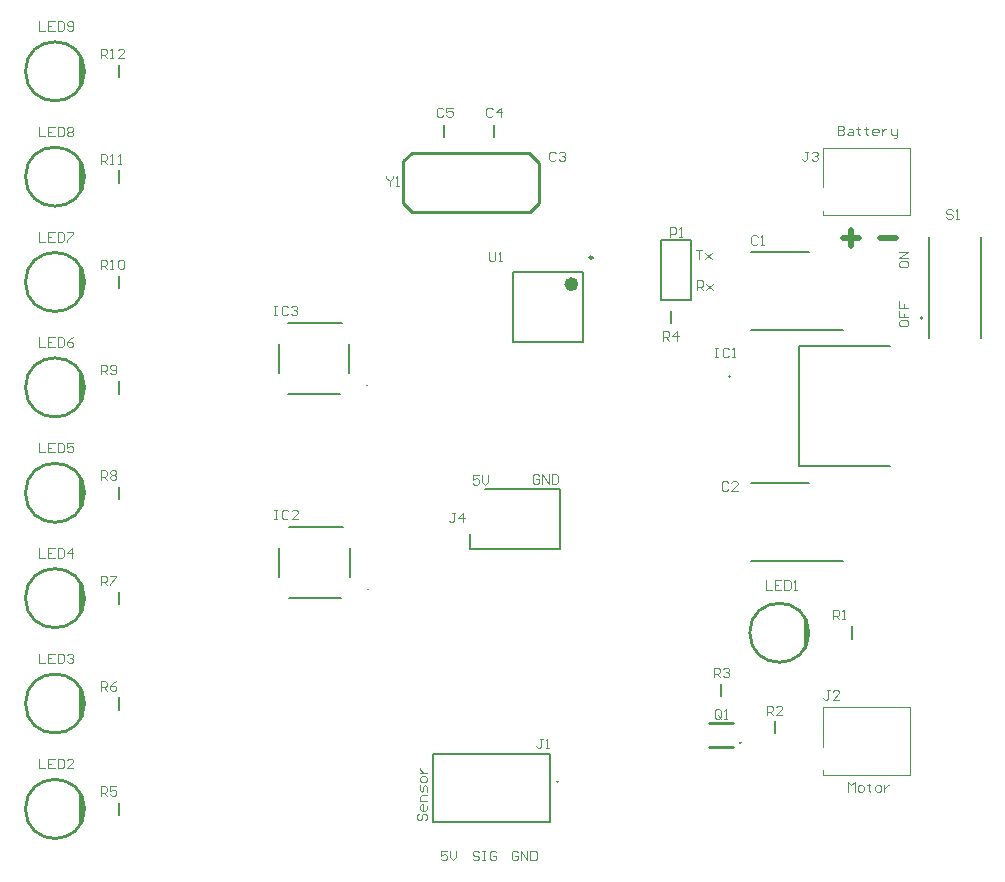
<source format=gto>
G04*
G04 #@! TF.GenerationSoftware,Altium Limited,Altium Designer,21.9.2 (33)*
G04*
G04 Layer_Color=65535*
%FSLAX44Y44*%
%MOMM*%
G71*
G04*
G04 #@! TF.SameCoordinates,0E528642-7EEA-4571-B266-ABD313229C03*
G04*
G04*
G04 #@! TF.FilePolarity,Positive*
G04*
G01*
G75*
%ADD10C,0.2000*%
%ADD11C,0.1000*%
%ADD12C,0.2540*%
%ADD13C,0.6000*%
%ADD14C,0.2500*%
%ADD15C,0.1200*%
%ADD16C,0.5000*%
D10*
X534620Y-657380D02*
G03*
X533620Y-657380I-500J0D01*
G01*
D02*
G03*
X534620Y-657380I500J0D01*
G01*
D02*
G03*
X533620Y-657380I-500J0D01*
G01*
X843183Y-264830D02*
G03*
X843183Y-264830I-993J0D01*
G01*
X680180Y-314500D02*
G03*
X680180Y-314500I-650J0D01*
G01*
X428120Y-633880D02*
X527120D01*
X428120Y-691380D02*
Y-633880D01*
Y-691380D02*
X527120D01*
Y-633880D01*
X848000Y-282000D02*
Y-196000D01*
X892000Y-282000D02*
Y-196000D01*
X305750Y-329250D02*
X349750D01*
X305750Y-269250D02*
X351750D01*
X357750Y-311250D02*
Y-287250D01*
X297750Y-311250D02*
Y-287250D01*
X298340Y-484020D02*
Y-460020D01*
X358340Y-484020D02*
Y-460020D01*
X306340Y-442020D02*
X352340D01*
X306340Y-502020D02*
X350340D01*
X621800Y-249700D02*
Y-198900D01*
Y-249700D02*
X647200D01*
Y-198900D01*
X621800D02*
X647200D01*
X630000Y-269250D02*
Y-258750D01*
X496550Y-285280D02*
Y-226280D01*
X555550Y-285280D02*
Y-226280D01*
X496550Y-285280D02*
X555550D01*
X496550Y-226280D02*
X555550D01*
X783000Y-536500D02*
Y-526000D01*
X459650Y-460750D02*
Y-448050D01*
Y-460750D02*
X535850D01*
Y-409950D01*
X472350D02*
X535850D01*
X738100Y-288800D02*
X815100D01*
X738100Y-390400D02*
X815100D01*
X738100D02*
Y-288800D01*
X479870Y-111890D02*
Y-101390D01*
X697520Y-208810D02*
X747020D01*
X697520Y-274810D02*
X775270D01*
X697520Y-404390D02*
X747020D01*
X697520Y-470390D02*
X775270D01*
X718430Y-616630D02*
Y-606130D01*
X672710Y-584880D02*
Y-574380D01*
X437960Y-111890D02*
Y-101390D01*
X163000Y-61240D02*
Y-50740D01*
Y-150459D02*
Y-139959D01*
Y-239677D02*
Y-229177D01*
Y-328896D02*
Y-318396D01*
Y-418114D02*
Y-407614D01*
Y-507333D02*
Y-496833D01*
Y-596551D02*
Y-586051D01*
Y-685770D02*
Y-675270D01*
D11*
X372250Y-321750D02*
G03*
X373250Y-321750I500J0D01*
G01*
D02*
G03*
X372250Y-321750I-500J0D01*
G01*
X373840Y-494520D02*
G03*
X372840Y-494520I-500J0D01*
G01*
D02*
G03*
X373840Y-494520I500J0D01*
G01*
X758490Y-651730D02*
Y-647730D01*
Y-651730D02*
Y-647730D01*
Y-651730D02*
X832490D01*
X758490D02*
X832490D01*
Y-594230D01*
Y-651730D02*
Y-594230D01*
X758490D02*
X832490D01*
X758490D02*
X832490D01*
X758490Y-627730D02*
Y-594230D01*
Y-627730D02*
Y-594230D01*
Y-178020D02*
Y-174020D01*
Y-178020D02*
Y-174020D01*
Y-178020D02*
X832490D01*
X758490D02*
X832490D01*
Y-120520D01*
Y-178020D02*
Y-120520D01*
X758490D02*
X832490D01*
X758490D02*
X832490D01*
X758490Y-154020D02*
Y-120520D01*
Y-154020D02*
Y-120520D01*
D12*
X133390Y-55990D02*
G03*
X133390Y-55990I-25000J0D01*
G01*
Y-145209D02*
G03*
X133390Y-145209I-25000J0D01*
G01*
Y-234427D02*
G03*
X133390Y-234427I-25000J0D01*
G01*
Y-323646D02*
G03*
X133390Y-323646I-25000J0D01*
G01*
Y-412864D02*
G03*
X133390Y-412864I-25000J0D01*
G01*
Y-502083D02*
G03*
X133390Y-502083I-25000J0D01*
G01*
Y-591301D02*
G03*
X133390Y-591301I-25000J0D01*
G01*
Y-680520D02*
G03*
X133390Y-680520I-25000J0D01*
G01*
X746630Y-531370D02*
G03*
X746630Y-531370I-25000J0D01*
G01*
X688602Y-624540D02*
G03*
X688602Y-624540I-382J0D01*
G01*
X129980Y-68690D02*
Y-43290D01*
X131250Y-66150D02*
Y-45830D01*
Y-155369D02*
Y-135049D01*
X129980Y-157909D02*
Y-132509D01*
Y-247127D02*
Y-221727D01*
X131250Y-244587D02*
Y-224267D01*
Y-333806D02*
Y-313486D01*
X129980Y-336346D02*
Y-310946D01*
Y-425564D02*
Y-400164D01*
X131250Y-423024D02*
Y-402704D01*
Y-512243D02*
Y-491923D01*
X129980Y-514783D02*
Y-489383D01*
Y-604001D02*
Y-578601D01*
X131250Y-601461D02*
Y-581141D01*
Y-690680D02*
Y-670360D01*
X129980Y-693220D02*
Y-667820D01*
X743220Y-544070D02*
Y-518670D01*
X744490Y-541530D02*
Y-521210D01*
X403320Y-167320D02*
Y-132320D01*
Y-167320D02*
X410820Y-174820D01*
X510820D01*
X403320Y-132320D02*
X410820Y-124820D01*
X509820D01*
X518320Y-167320D02*
Y-133320D01*
X509820Y-124820D02*
X518320Y-133320D01*
X510820Y-174820D02*
X518320Y-167320D01*
X662510Y-607730D02*
X682510D01*
X662510Y-627730D02*
X682510D01*
D13*
X548550Y-236280D02*
G03*
X548550Y-236280I-3000J0D01*
G01*
D14*
X563550Y-213780D02*
G03*
X563550Y-213780I-1250J0D01*
G01*
D15*
X440332Y-716003D02*
X435000D01*
Y-720001D01*
X437666Y-718668D01*
X438999D01*
X440332Y-720001D01*
Y-722667D01*
X438999Y-724000D01*
X436333D01*
X435000Y-722667D01*
X442997Y-716003D02*
Y-721334D01*
X445663Y-724000D01*
X448329Y-721334D01*
Y-716003D01*
X467332Y-717336D02*
X465999Y-716003D01*
X463333D01*
X462000Y-717336D01*
Y-718668D01*
X463333Y-720001D01*
X465999D01*
X467332Y-721334D01*
Y-722667D01*
X465999Y-724000D01*
X463333D01*
X462000Y-722667D01*
X469997Y-716003D02*
X472663D01*
X471330D01*
Y-724000D01*
X469997D01*
X472663D01*
X481993Y-717336D02*
X480661Y-716003D01*
X477995D01*
X476662Y-717336D01*
Y-722667D01*
X477995Y-724000D01*
X480661D01*
X481993Y-722667D01*
Y-720001D01*
X479328D01*
X500332Y-717336D02*
X498999Y-716003D01*
X496333D01*
X495000Y-717336D01*
Y-722667D01*
X496333Y-724000D01*
X498999D01*
X500332Y-722667D01*
Y-720001D01*
X497666D01*
X502997Y-724000D02*
Y-716003D01*
X508329Y-724000D01*
Y-716003D01*
X510995D02*
Y-724000D01*
X514994D01*
X516326Y-722667D01*
Y-717336D01*
X514994Y-716003D01*
X510995D01*
X823003Y-268001D02*
Y-270667D01*
X824335Y-272000D01*
X829667D01*
X831000Y-270667D01*
Y-268001D01*
X829667Y-266668D01*
X824335D01*
X823003Y-268001D01*
Y-258671D02*
Y-264003D01*
X827001D01*
Y-261337D01*
Y-264003D01*
X831000D01*
X823003Y-250674D02*
Y-256005D01*
X827001D01*
Y-253339D01*
Y-256005D01*
X831000D01*
X823003Y-218001D02*
Y-220667D01*
X824335Y-222000D01*
X829667D01*
X831000Y-220667D01*
Y-218001D01*
X829667Y-216668D01*
X824335D01*
X823003Y-218001D01*
X831000Y-214003D02*
X823003D01*
X831000Y-208671D01*
X823003D01*
X652000Y-241000D02*
Y-233003D01*
X655999D01*
X657332Y-234335D01*
Y-237001D01*
X655999Y-238334D01*
X652000D01*
X654666D02*
X657332Y-241000D01*
X659997Y-235668D02*
X665329Y-241000D01*
X662663Y-238334D01*
X665329Y-235668D01*
X659997Y-241000D01*
X651000Y-207003D02*
X656332D01*
X653666D01*
Y-215000D01*
X658997Y-209668D02*
X664329Y-215000D01*
X661663Y-212334D01*
X664329Y-209668D01*
X658997Y-215000D01*
X467332Y-398003D02*
X462000D01*
Y-402001D01*
X464666Y-400668D01*
X465999D01*
X467332Y-402001D01*
Y-404667D01*
X465999Y-406000D01*
X463333D01*
X462000Y-404667D01*
X469997Y-398003D02*
Y-403334D01*
X472663Y-406000D01*
X475329Y-403334D01*
Y-398003D01*
X518332Y-398335D02*
X516999Y-397003D01*
X514333D01*
X513000Y-398335D01*
Y-403667D01*
X514333Y-405000D01*
X516999D01*
X518332Y-403667D01*
Y-401001D01*
X515666D01*
X520997Y-405000D02*
Y-397003D01*
X526329Y-405000D01*
Y-397003D01*
X528995D02*
Y-405000D01*
X532994D01*
X534326Y-403667D01*
Y-398335D01*
X532994Y-397003D01*
X528995D01*
X416335Y-684668D02*
X415003Y-686001D01*
Y-688667D01*
X416335Y-690000D01*
X417668D01*
X419001Y-688667D01*
Y-686001D01*
X420334Y-684668D01*
X421667D01*
X423000Y-686001D01*
Y-688667D01*
X421667Y-690000D01*
X423000Y-678004D02*
Y-680670D01*
X421667Y-682003D01*
X419001D01*
X417668Y-680670D01*
Y-678004D01*
X419001Y-676671D01*
X420334D01*
Y-682003D01*
X423000Y-674005D02*
X417668D01*
Y-670006D01*
X419001Y-668673D01*
X423000D01*
Y-666008D02*
Y-662009D01*
X421667Y-660676D01*
X420334Y-662009D01*
Y-664675D01*
X419001Y-666008D01*
X417668Y-664675D01*
Y-660676D01*
X423000Y-656677D02*
Y-654012D01*
X421667Y-652679D01*
X419001D01*
X417668Y-654012D01*
Y-656677D01*
X419001Y-658010D01*
X421667D01*
X423000Y-656677D01*
X417668Y-650013D02*
X423000D01*
X420334D01*
X419001Y-648680D01*
X417668Y-647347D01*
Y-646014D01*
X780000Y-666000D02*
Y-658003D01*
X782666Y-660668D01*
X785332Y-658003D01*
Y-666000D01*
X789330D02*
X791996D01*
X793329Y-664667D01*
Y-662001D01*
X791996Y-660668D01*
X789330D01*
X787997Y-662001D01*
Y-664667D01*
X789330Y-666000D01*
X797328Y-659335D02*
Y-660668D01*
X795995D01*
X798661D01*
X797328D01*
Y-664667D01*
X798661Y-666000D01*
X803992D02*
X806658D01*
X807991Y-664667D01*
Y-662001D01*
X806658Y-660668D01*
X803992D01*
X802659Y-662001D01*
Y-664667D01*
X803992Y-666000D01*
X810657Y-660668D02*
Y-666000D01*
Y-663334D01*
X811990Y-662001D01*
X813323Y-660668D01*
X814656D01*
X771000Y-102003D02*
Y-110000D01*
X774999D01*
X776332Y-108667D01*
Y-107334D01*
X774999Y-106001D01*
X771000D01*
X774999D01*
X776332Y-104668D01*
Y-103336D01*
X774999Y-102003D01*
X771000D01*
X780330Y-104668D02*
X782996D01*
X784329Y-106001D01*
Y-110000D01*
X780330D01*
X778997Y-108667D01*
X780330Y-107334D01*
X784329D01*
X788328Y-103336D02*
Y-104668D01*
X786995D01*
X789661D01*
X788328D01*
Y-108667D01*
X789661Y-110000D01*
X794992Y-103336D02*
Y-104668D01*
X793659D01*
X796325D01*
X794992D01*
Y-108667D01*
X796325Y-110000D01*
X804323D02*
X801657D01*
X800324Y-108667D01*
Y-106001D01*
X801657Y-104668D01*
X804323D01*
X805656Y-106001D01*
Y-107334D01*
X800324D01*
X808321Y-104668D02*
Y-110000D01*
Y-107334D01*
X809654Y-106001D01*
X810987Y-104668D01*
X812320D01*
X816319D02*
Y-108667D01*
X817652Y-110000D01*
X821650D01*
Y-111333D01*
X820318Y-112666D01*
X818985D01*
X821650Y-110000D02*
Y-104668D01*
X868332Y-174335D02*
X866999Y-173003D01*
X864333D01*
X863000Y-174335D01*
Y-175668D01*
X864333Y-177001D01*
X866999D01*
X868332Y-178334D01*
Y-179667D01*
X866999Y-181000D01*
X864333D01*
X863000Y-179667D01*
X870997Y-181000D02*
X873663D01*
X872330D01*
Y-173003D01*
X870997Y-174335D01*
X703332Y-196336D02*
X701999Y-195003D01*
X699333D01*
X698000Y-196336D01*
Y-201667D01*
X699333Y-203000D01*
X701999D01*
X703332Y-201667D01*
X705997Y-203000D02*
X708663D01*
X707330D01*
Y-195003D01*
X705997Y-196336D01*
X678332Y-404336D02*
X676999Y-403003D01*
X674333D01*
X673000Y-404336D01*
Y-409667D01*
X674333Y-411000D01*
X676999D01*
X678332Y-409667D01*
X686329Y-411000D02*
X680997D01*
X686329Y-405668D01*
Y-404336D01*
X684996Y-403003D01*
X682330D01*
X680997Y-404336D01*
X532332Y-125336D02*
X530999Y-124003D01*
X528333D01*
X527000Y-125336D01*
Y-130667D01*
X528333Y-132000D01*
X530999D01*
X532332Y-130667D01*
X534997Y-125336D02*
X536330Y-124003D01*
X538996D01*
X540329Y-125336D01*
Y-126668D01*
X538996Y-128001D01*
X537663D01*
X538996D01*
X540329Y-129334D01*
Y-130667D01*
X538996Y-132000D01*
X536330D01*
X534997Y-130667D01*
X478946Y-88032D02*
X477613Y-86699D01*
X474947D01*
X473614Y-88032D01*
Y-93363D01*
X474947Y-94696D01*
X477613D01*
X478946Y-93363D01*
X485610Y-94696D02*
Y-86699D01*
X481611Y-90697D01*
X486943D01*
X437036Y-88032D02*
X435703Y-86699D01*
X433037D01*
X431704Y-88032D01*
Y-93363D01*
X433037Y-94696D01*
X435703D01*
X437036Y-93363D01*
X445033Y-86699D02*
X439701D01*
Y-90697D01*
X442367Y-89364D01*
X443700D01*
X445033Y-90697D01*
Y-93363D01*
X443700Y-94696D01*
X441034D01*
X439701Y-93363D01*
X667000Y-290003D02*
X669666D01*
X668333D01*
Y-298000D01*
X667000D01*
X669666D01*
X678996Y-291336D02*
X677663Y-290003D01*
X674997D01*
X673664Y-291336D01*
Y-296667D01*
X674997Y-298000D01*
X677663D01*
X678996Y-296667D01*
X681662Y-298000D02*
X684328D01*
X682995D01*
Y-290003D01*
X681662Y-291336D01*
X294052Y-427181D02*
X296718D01*
X295385D01*
Y-435178D01*
X294052D01*
X296718D01*
X306048Y-428513D02*
X304715Y-427181D01*
X302049D01*
X300716Y-428513D01*
Y-433845D01*
X302049Y-435178D01*
X304715D01*
X306048Y-433845D01*
X314046Y-435178D02*
X308714D01*
X314046Y-429846D01*
Y-428513D01*
X312713Y-427181D01*
X310047D01*
X308714Y-428513D01*
X293544Y-254461D02*
X296210D01*
X294877D01*
Y-262458D01*
X293544D01*
X296210D01*
X305540Y-255793D02*
X304207Y-254461D01*
X301541D01*
X300208Y-255793D01*
Y-261125D01*
X301541Y-262458D01*
X304207D01*
X305540Y-261125D01*
X308206Y-255793D02*
X309539Y-254461D01*
X312205D01*
X313538Y-255793D01*
Y-257126D01*
X312205Y-258459D01*
X310872D01*
X312205D01*
X313538Y-259792D01*
Y-261125D01*
X312205Y-262458D01*
X309539D01*
X308206Y-261125D01*
X764332Y-580003D02*
X761666D01*
X762999D01*
Y-586667D01*
X761666Y-588000D01*
X760333D01*
X759000Y-586667D01*
X772329Y-588000D02*
X766997D01*
X772329Y-582668D01*
Y-581335D01*
X770996Y-580003D01*
X768330D01*
X766997Y-581335D01*
X521332Y-621003D02*
X518666D01*
X519999D01*
Y-627667D01*
X518666Y-629000D01*
X517333D01*
X516000Y-627667D01*
X523997Y-629000D02*
X526663D01*
X525330D01*
Y-621003D01*
X523997Y-622336D01*
X447332Y-430003D02*
X444666D01*
X445999D01*
Y-436667D01*
X444666Y-438000D01*
X443333D01*
X442000Y-436667D01*
X453996Y-438000D02*
Y-430003D01*
X449997Y-434001D01*
X455329D01*
X710000Y-487003D02*
Y-495000D01*
X715332D01*
X723329Y-487003D02*
X717997D01*
Y-495000D01*
X723329D01*
X717997Y-491001D02*
X720663D01*
X725995Y-487003D02*
Y-495000D01*
X729994D01*
X731327Y-493667D01*
Y-488335D01*
X729994Y-487003D01*
X725995D01*
X733992Y-495000D02*
X736658D01*
X735325D01*
Y-487003D01*
X733992Y-488335D01*
X94676Y-638165D02*
Y-646162D01*
X100008D01*
X108005Y-638165D02*
X102673D01*
Y-646162D01*
X108005D01*
X102673Y-642163D02*
X105339D01*
X110671Y-638165D02*
Y-646162D01*
X114670D01*
X116003Y-644829D01*
Y-639497D01*
X114670Y-638165D01*
X110671D01*
X124000Y-646162D02*
X118668D01*
X124000Y-640830D01*
Y-639497D01*
X122667Y-638165D01*
X120001D01*
X118668Y-639497D01*
X94676Y-549011D02*
Y-557008D01*
X100008D01*
X108005Y-549011D02*
X102673D01*
Y-557008D01*
X108005D01*
X102673Y-553009D02*
X105339D01*
X110671Y-549011D02*
Y-557008D01*
X114670D01*
X116003Y-555675D01*
Y-550344D01*
X114670Y-549011D01*
X110671D01*
X118668Y-550344D02*
X120001Y-549011D01*
X122667D01*
X124000Y-550344D01*
Y-551676D01*
X122667Y-553009D01*
X121334D01*
X122667D01*
X124000Y-554342D01*
Y-555675D01*
X122667Y-557008D01*
X120001D01*
X118668Y-555675D01*
X94676Y-459857D02*
Y-467854D01*
X100008D01*
X108005Y-459857D02*
X102673D01*
Y-467854D01*
X108005D01*
X102673Y-463855D02*
X105339D01*
X110671Y-459857D02*
Y-467854D01*
X114670D01*
X116003Y-466521D01*
Y-461189D01*
X114670Y-459857D01*
X110671D01*
X122667Y-467854D02*
Y-459857D01*
X118668Y-463855D01*
X124000D01*
X94676Y-370703D02*
Y-378700D01*
X100008D01*
X108005Y-370703D02*
X102673D01*
Y-378700D01*
X108005D01*
X102673Y-374701D02*
X105339D01*
X110671Y-370703D02*
Y-378700D01*
X114670D01*
X116003Y-377367D01*
Y-372035D01*
X114670Y-370703D01*
X110671D01*
X124000D02*
X118668D01*
Y-374701D01*
X121334Y-373368D01*
X122667D01*
X124000Y-374701D01*
Y-377367D01*
X122667Y-378700D01*
X120001D01*
X118668Y-377367D01*
X94676Y-281295D02*
Y-289292D01*
X100008D01*
X108005Y-281295D02*
X102673D01*
Y-289292D01*
X108005D01*
X102673Y-285293D02*
X105339D01*
X110671Y-281295D02*
Y-289292D01*
X114670D01*
X116003Y-287959D01*
Y-282628D01*
X114670Y-281295D01*
X110671D01*
X124000D02*
X121334Y-282628D01*
X118668Y-285293D01*
Y-287959D01*
X120001Y-289292D01*
X122667D01*
X124000Y-287959D01*
Y-286626D01*
X122667Y-285293D01*
X118668D01*
X94676Y-192141D02*
Y-200138D01*
X100008D01*
X108005Y-192141D02*
X102673D01*
Y-200138D01*
X108005D01*
X102673Y-196139D02*
X105339D01*
X110671Y-192141D02*
Y-200138D01*
X114670D01*
X116003Y-198805D01*
Y-193473D01*
X114670Y-192141D01*
X110671D01*
X118668D02*
X124000D01*
Y-193473D01*
X118668Y-198805D01*
Y-200138D01*
X94676Y-102987D02*
Y-110984D01*
X100008D01*
X108005Y-102987D02*
X102673D01*
Y-110984D01*
X108005D01*
X102673Y-106985D02*
X105339D01*
X110671Y-102987D02*
Y-110984D01*
X114670D01*
X116003Y-109651D01*
Y-104319D01*
X114670Y-102987D01*
X110671D01*
X118668Y-104319D02*
X120001Y-102987D01*
X122667D01*
X124000Y-104319D01*
Y-105652D01*
X122667Y-106985D01*
X124000Y-108318D01*
Y-109651D01*
X122667Y-110984D01*
X120001D01*
X118668Y-109651D01*
Y-108318D01*
X120001Y-106985D01*
X118668Y-105652D01*
Y-104319D01*
X120001Y-106985D02*
X122667D01*
X94676Y-13833D02*
Y-21830D01*
X100008D01*
X108005Y-13833D02*
X102673D01*
Y-21830D01*
X108005D01*
X102673Y-17831D02*
X105339D01*
X110671Y-13833D02*
Y-21830D01*
X114670D01*
X116003Y-20497D01*
Y-15165D01*
X114670Y-13833D01*
X110671D01*
X118668Y-20497D02*
X120001Y-21830D01*
X122667D01*
X124000Y-20497D01*
Y-15165D01*
X122667Y-13833D01*
X120001D01*
X118668Y-15165D01*
Y-16498D01*
X120001Y-17831D01*
X124000D01*
X629000Y-196000D02*
Y-188003D01*
X632999D01*
X634332Y-189335D01*
Y-192001D01*
X632999Y-193334D01*
X629000D01*
X636997Y-196000D02*
X639663D01*
X638330D01*
Y-188003D01*
X636997Y-189335D01*
X672332Y-602667D02*
Y-597336D01*
X670999Y-596003D01*
X668333D01*
X667000Y-597336D01*
Y-602667D01*
X668333Y-604000D01*
X670999D01*
X669666Y-601334D02*
X672332Y-604000D01*
X670999D02*
X672332Y-602667D01*
X674997Y-604000D02*
X677663D01*
X676330D01*
Y-596003D01*
X674997Y-597336D01*
X767000Y-520000D02*
Y-512003D01*
X770999D01*
X772332Y-513335D01*
Y-516001D01*
X770999Y-517334D01*
X767000D01*
X769666D02*
X772332Y-520000D01*
X774997D02*
X777663D01*
X776330D01*
Y-512003D01*
X774997Y-513335D01*
X711000Y-601000D02*
Y-593003D01*
X714999D01*
X716332Y-594336D01*
Y-597001D01*
X714999Y-598334D01*
X711000D01*
X713666D02*
X716332Y-601000D01*
X724329D02*
X718997D01*
X724329Y-595668D01*
Y-594336D01*
X722996Y-593003D01*
X720330D01*
X718997Y-594336D01*
X666000Y-569000D02*
Y-561003D01*
X669999D01*
X671332Y-562336D01*
Y-565001D01*
X669999Y-566334D01*
X666000D01*
X668666D02*
X671332Y-569000D01*
X673997Y-562336D02*
X675330Y-561003D01*
X677996D01*
X679329Y-562336D01*
Y-563668D01*
X677996Y-565001D01*
X676663D01*
X677996D01*
X679329Y-566334D01*
Y-567667D01*
X677996Y-569000D01*
X675330D01*
X673997Y-567667D01*
X147082Y-669466D02*
Y-661469D01*
X151081D01*
X152414Y-662802D01*
Y-665467D01*
X151081Y-666800D01*
X147082D01*
X149748D02*
X152414Y-669466D01*
X160411Y-661469D02*
X155079D01*
Y-665467D01*
X157745Y-664134D01*
X159078D01*
X160411Y-665467D01*
Y-668133D01*
X159078Y-669466D01*
X156412D01*
X155079Y-668133D01*
X147082Y-580312D02*
Y-572315D01*
X151081D01*
X152414Y-573647D01*
Y-576313D01*
X151081Y-577646D01*
X147082D01*
X149748D02*
X152414Y-580312D01*
X160411Y-572315D02*
X157745Y-573647D01*
X155079Y-576313D01*
Y-578979D01*
X156412Y-580312D01*
X159078D01*
X160411Y-578979D01*
Y-577646D01*
X159078Y-576313D01*
X155079D01*
X147082Y-491158D02*
Y-483161D01*
X151081D01*
X152414Y-484493D01*
Y-487159D01*
X151081Y-488492D01*
X147082D01*
X149748D02*
X152414Y-491158D01*
X155079Y-483161D02*
X160411D01*
Y-484493D01*
X155079Y-489825D01*
Y-491158D01*
X147082Y-401750D02*
Y-393753D01*
X151081D01*
X152414Y-395085D01*
Y-397751D01*
X151081Y-399084D01*
X147082D01*
X149748D02*
X152414Y-401750D01*
X155079Y-395085D02*
X156412Y-393753D01*
X159078D01*
X160411Y-395085D01*
Y-396418D01*
X159078Y-397751D01*
X160411Y-399084D01*
Y-400417D01*
X159078Y-401750D01*
X156412D01*
X155079Y-400417D01*
Y-399084D01*
X156412Y-397751D01*
X155079Y-396418D01*
Y-395085D01*
X156412Y-397751D02*
X159078D01*
X147082Y-312596D02*
Y-304599D01*
X151081D01*
X152414Y-305931D01*
Y-308597D01*
X151081Y-309930D01*
X147082D01*
X149748D02*
X152414Y-312596D01*
X155079Y-311263D02*
X156412Y-312596D01*
X159078D01*
X160411Y-311263D01*
Y-305931D01*
X159078Y-304599D01*
X156412D01*
X155079Y-305931D01*
Y-307264D01*
X156412Y-308597D01*
X160411D01*
X147082Y-223442D02*
Y-215445D01*
X151081D01*
X152414Y-216777D01*
Y-219443D01*
X151081Y-220776D01*
X147082D01*
X149748D02*
X152414Y-223442D01*
X155079D02*
X157745D01*
X156412D01*
Y-215445D01*
X155079Y-216777D01*
X161744D02*
X163077Y-215445D01*
X165743D01*
X167076Y-216777D01*
Y-222109D01*
X165743Y-223442D01*
X163077D01*
X161744Y-222109D01*
Y-216777D01*
X147082Y-134288D02*
Y-126291D01*
X151081D01*
X152414Y-127624D01*
Y-130289D01*
X151081Y-131622D01*
X147082D01*
X149748D02*
X152414Y-134288D01*
X155079D02*
X157745D01*
X156412D01*
Y-126291D01*
X155079Y-127624D01*
X161744Y-134288D02*
X164410D01*
X163077D01*
Y-126291D01*
X161744Y-127624D01*
X147082Y-44880D02*
Y-36883D01*
X151081D01*
X152414Y-38215D01*
Y-40881D01*
X151081Y-42214D01*
X147082D01*
X149748D02*
X152414Y-44880D01*
X155079D02*
X157745D01*
X156412D01*
Y-36883D01*
X155079Y-38215D01*
X167076Y-44880D02*
X161744D01*
X167076Y-39548D01*
Y-38215D01*
X165743Y-36883D01*
X163077D01*
X161744Y-38215D01*
X476000Y-209003D02*
Y-215667D01*
X477333Y-217000D01*
X479999D01*
X481332Y-215667D01*
Y-209003D01*
X483997Y-217000D02*
X486663D01*
X485330D01*
Y-209003D01*
X483997Y-210336D01*
X389000Y-145003D02*
Y-146335D01*
X391666Y-149001D01*
X394332Y-146335D01*
Y-145003D01*
X391666Y-149001D02*
Y-153000D01*
X396997D02*
X399663D01*
X398330D01*
Y-145003D01*
X396997Y-146335D01*
X623000Y-284000D02*
Y-276003D01*
X626999D01*
X628332Y-277335D01*
Y-280001D01*
X626999Y-281334D01*
X623000D01*
X625666D02*
X628332Y-284000D01*
X634996D02*
Y-276003D01*
X630997Y-280001D01*
X636329D01*
X746332Y-124003D02*
X743666D01*
X744999D01*
Y-130667D01*
X743666Y-132000D01*
X742333D01*
X741000Y-130667D01*
X748997Y-125336D02*
X750330Y-124003D01*
X752996D01*
X754329Y-125336D01*
Y-126668D01*
X752996Y-128001D01*
X751663D01*
X752996D01*
X754329Y-129334D01*
Y-130667D01*
X752996Y-132000D01*
X750330D01*
X748997Y-130667D01*
D16*
X807000Y-197003D02*
X820329D01*
X776000D02*
X789329D01*
X782664Y-190339D02*
Y-203668D01*
M02*

</source>
